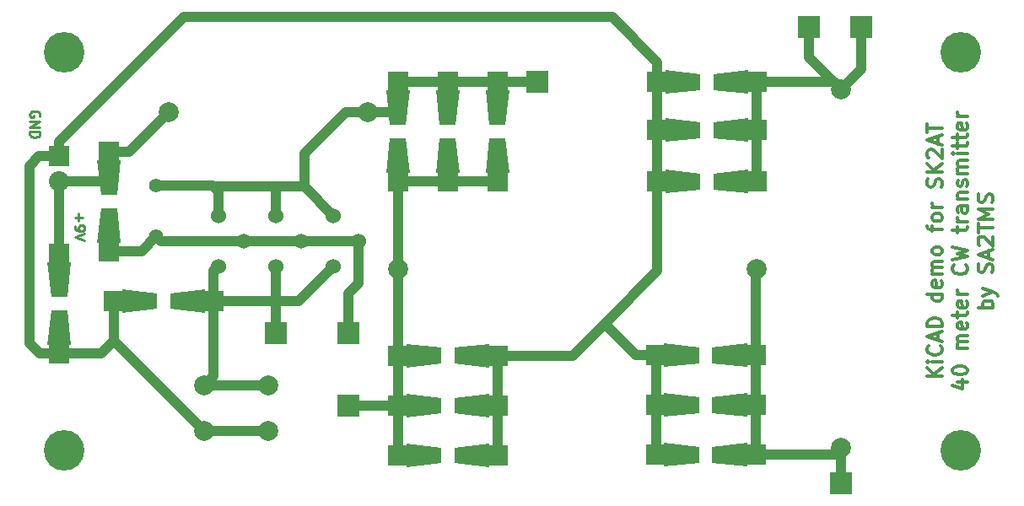
<source format=gtl>
G04 #@! TF.FileFunction,Copper,L1,Top,Signal*
%FSLAX46Y46*%
G04 Gerber Fmt 4.6, Leading zero omitted, Abs format (unit mm)*
G04 Created by KiCad (PCBNEW 4.0.5+dfsg1-4) date Fri Mar 16 19:03:07 2018*
%MOMM*%
%LPD*%
G01*
G04 APERTURE LIST*
%ADD10C,0.100000*%
%ADD11C,0.250000*%
%ADD12C,0.300000*%
%ADD13C,4.064000*%
%ADD14R,2.235200X2.235200*%
%ADD15R,2.032000X2.032000*%
%ADD16O,2.032000X2.032000*%
%ADD17C,1.422400*%
%ADD18C,1.998980*%
%ADD19R,1.998980X1.998980*%
%ADD20C,2.000000*%
%ADD21C,1.524000*%
%ADD22C,1.000000*%
G04 APERTURE END LIST*
D10*
D11*
X52500000Y-86488096D02*
X52547619Y-86392858D01*
X52547619Y-86250001D01*
X52500000Y-86107143D01*
X52404762Y-86011905D01*
X52309524Y-85964286D01*
X52119048Y-85916667D01*
X51976190Y-85916667D01*
X51785714Y-85964286D01*
X51690476Y-86011905D01*
X51595238Y-86107143D01*
X51547619Y-86250001D01*
X51547619Y-86345239D01*
X51595238Y-86488096D01*
X51642857Y-86535715D01*
X51976190Y-86535715D01*
X51976190Y-86345239D01*
X51547619Y-86964286D02*
X52547619Y-86964286D01*
X51547619Y-87535715D01*
X52547619Y-87535715D01*
X51547619Y-88011905D02*
X52547619Y-88011905D01*
X52547619Y-88250000D01*
X52500000Y-88392858D01*
X52404762Y-88488096D01*
X52309524Y-88535715D01*
X52119048Y-88583334D01*
X51976190Y-88583334D01*
X51785714Y-88535715D01*
X51690476Y-88488096D01*
X51595238Y-88392858D01*
X51547619Y-88250000D01*
X51547619Y-88011905D01*
X56428571Y-96214286D02*
X56428571Y-96976191D01*
X56047619Y-96595239D02*
X56809524Y-96595239D01*
X56047619Y-97500000D02*
X56047619Y-97690476D01*
X56095238Y-97785715D01*
X56142857Y-97833334D01*
X56285714Y-97928572D01*
X56476190Y-97976191D01*
X56857143Y-97976191D01*
X56952381Y-97928572D01*
X57000000Y-97880953D01*
X57047619Y-97785715D01*
X57047619Y-97595238D01*
X57000000Y-97500000D01*
X56952381Y-97452381D01*
X56857143Y-97404762D01*
X56619048Y-97404762D01*
X56523810Y-97452381D01*
X56476190Y-97500000D01*
X56428571Y-97595238D01*
X56428571Y-97785715D01*
X56476190Y-97880953D01*
X56523810Y-97928572D01*
X56619048Y-97976191D01*
X57047619Y-98261905D02*
X56047619Y-98595238D01*
X57047619Y-98928572D01*
D12*
X143128571Y-112571427D02*
X141628571Y-112571427D01*
X143128571Y-111714284D02*
X142271429Y-112357141D01*
X141628571Y-111714284D02*
X142485714Y-112571427D01*
X143128571Y-111071427D02*
X142128571Y-111071427D01*
X141628571Y-111071427D02*
X141700000Y-111142856D01*
X141771429Y-111071427D01*
X141700000Y-110999999D01*
X141628571Y-111071427D01*
X141771429Y-111071427D01*
X142985714Y-109499998D02*
X143057143Y-109571427D01*
X143128571Y-109785713D01*
X143128571Y-109928570D01*
X143057143Y-110142855D01*
X142914286Y-110285713D01*
X142771429Y-110357141D01*
X142485714Y-110428570D01*
X142271429Y-110428570D01*
X141985714Y-110357141D01*
X141842857Y-110285713D01*
X141700000Y-110142855D01*
X141628571Y-109928570D01*
X141628571Y-109785713D01*
X141700000Y-109571427D01*
X141771429Y-109499998D01*
X142700000Y-108928570D02*
X142700000Y-108214284D01*
X143128571Y-109071427D02*
X141628571Y-108571427D01*
X143128571Y-108071427D01*
X143128571Y-107571427D02*
X141628571Y-107571427D01*
X141628571Y-107214284D01*
X141700000Y-106999999D01*
X141842857Y-106857141D01*
X141985714Y-106785713D01*
X142271429Y-106714284D01*
X142485714Y-106714284D01*
X142771429Y-106785713D01*
X142914286Y-106857141D01*
X143057143Y-106999999D01*
X143128571Y-107214284D01*
X143128571Y-107571427D01*
X143128571Y-104285713D02*
X141628571Y-104285713D01*
X143057143Y-104285713D02*
X143128571Y-104428570D01*
X143128571Y-104714284D01*
X143057143Y-104857142D01*
X142985714Y-104928570D01*
X142842857Y-104999999D01*
X142414286Y-104999999D01*
X142271429Y-104928570D01*
X142200000Y-104857142D01*
X142128571Y-104714284D01*
X142128571Y-104428570D01*
X142200000Y-104285713D01*
X143057143Y-102999999D02*
X143128571Y-103142856D01*
X143128571Y-103428570D01*
X143057143Y-103571427D01*
X142914286Y-103642856D01*
X142342857Y-103642856D01*
X142200000Y-103571427D01*
X142128571Y-103428570D01*
X142128571Y-103142856D01*
X142200000Y-102999999D01*
X142342857Y-102928570D01*
X142485714Y-102928570D01*
X142628571Y-103642856D01*
X143128571Y-102285713D02*
X142128571Y-102285713D01*
X142271429Y-102285713D02*
X142200000Y-102214285D01*
X142128571Y-102071427D01*
X142128571Y-101857142D01*
X142200000Y-101714285D01*
X142342857Y-101642856D01*
X143128571Y-101642856D01*
X142342857Y-101642856D02*
X142200000Y-101571427D01*
X142128571Y-101428570D01*
X142128571Y-101214285D01*
X142200000Y-101071427D01*
X142342857Y-100999999D01*
X143128571Y-100999999D01*
X143128571Y-100071427D02*
X143057143Y-100214285D01*
X142985714Y-100285713D01*
X142842857Y-100357142D01*
X142414286Y-100357142D01*
X142271429Y-100285713D01*
X142200000Y-100214285D01*
X142128571Y-100071427D01*
X142128571Y-99857142D01*
X142200000Y-99714285D01*
X142271429Y-99642856D01*
X142414286Y-99571427D01*
X142842857Y-99571427D01*
X142985714Y-99642856D01*
X143057143Y-99714285D01*
X143128571Y-99857142D01*
X143128571Y-100071427D01*
X142128571Y-97999999D02*
X142128571Y-97428570D01*
X143128571Y-97785713D02*
X141842857Y-97785713D01*
X141700000Y-97714285D01*
X141628571Y-97571427D01*
X141628571Y-97428570D01*
X143128571Y-96714284D02*
X143057143Y-96857142D01*
X142985714Y-96928570D01*
X142842857Y-96999999D01*
X142414286Y-96999999D01*
X142271429Y-96928570D01*
X142200000Y-96857142D01*
X142128571Y-96714284D01*
X142128571Y-96499999D01*
X142200000Y-96357142D01*
X142271429Y-96285713D01*
X142414286Y-96214284D01*
X142842857Y-96214284D01*
X142985714Y-96285713D01*
X143057143Y-96357142D01*
X143128571Y-96499999D01*
X143128571Y-96714284D01*
X143128571Y-95571427D02*
X142128571Y-95571427D01*
X142414286Y-95571427D02*
X142271429Y-95499999D01*
X142200000Y-95428570D01*
X142128571Y-95285713D01*
X142128571Y-95142856D01*
X143057143Y-93571428D02*
X143128571Y-93357142D01*
X143128571Y-92999999D01*
X143057143Y-92857142D01*
X142985714Y-92785713D01*
X142842857Y-92714285D01*
X142700000Y-92714285D01*
X142557143Y-92785713D01*
X142485714Y-92857142D01*
X142414286Y-92999999D01*
X142342857Y-93285713D01*
X142271429Y-93428571D01*
X142200000Y-93499999D01*
X142057143Y-93571428D01*
X141914286Y-93571428D01*
X141771429Y-93499999D01*
X141700000Y-93428571D01*
X141628571Y-93285713D01*
X141628571Y-92928571D01*
X141700000Y-92714285D01*
X143128571Y-92071428D02*
X141628571Y-92071428D01*
X143128571Y-91214285D02*
X142271429Y-91857142D01*
X141628571Y-91214285D02*
X142485714Y-92071428D01*
X141771429Y-90642857D02*
X141700000Y-90571428D01*
X141628571Y-90428571D01*
X141628571Y-90071428D01*
X141700000Y-89928571D01*
X141771429Y-89857142D01*
X141914286Y-89785714D01*
X142057143Y-89785714D01*
X142271429Y-89857142D01*
X143128571Y-90714285D01*
X143128571Y-89785714D01*
X142700000Y-89214286D02*
X142700000Y-88500000D01*
X143128571Y-89357143D02*
X141628571Y-88857143D01*
X143128571Y-88357143D01*
X141628571Y-88071429D02*
X141628571Y-87214286D01*
X143128571Y-87642857D02*
X141628571Y-87642857D01*
X144678571Y-113107142D02*
X145678571Y-113107142D01*
X144107143Y-113464285D02*
X145178571Y-113821428D01*
X145178571Y-112892856D01*
X144178571Y-112035714D02*
X144178571Y-111892857D01*
X144250000Y-111750000D01*
X144321429Y-111678571D01*
X144464286Y-111607142D01*
X144750000Y-111535714D01*
X145107143Y-111535714D01*
X145392857Y-111607142D01*
X145535714Y-111678571D01*
X145607143Y-111750000D01*
X145678571Y-111892857D01*
X145678571Y-112035714D01*
X145607143Y-112178571D01*
X145535714Y-112250000D01*
X145392857Y-112321428D01*
X145107143Y-112392857D01*
X144750000Y-112392857D01*
X144464286Y-112321428D01*
X144321429Y-112250000D01*
X144250000Y-112178571D01*
X144178571Y-112035714D01*
X145678571Y-109750000D02*
X144678571Y-109750000D01*
X144821429Y-109750000D02*
X144750000Y-109678572D01*
X144678571Y-109535714D01*
X144678571Y-109321429D01*
X144750000Y-109178572D01*
X144892857Y-109107143D01*
X145678571Y-109107143D01*
X144892857Y-109107143D02*
X144750000Y-109035714D01*
X144678571Y-108892857D01*
X144678571Y-108678572D01*
X144750000Y-108535714D01*
X144892857Y-108464286D01*
X145678571Y-108464286D01*
X145607143Y-107178572D02*
X145678571Y-107321429D01*
X145678571Y-107607143D01*
X145607143Y-107750000D01*
X145464286Y-107821429D01*
X144892857Y-107821429D01*
X144750000Y-107750000D01*
X144678571Y-107607143D01*
X144678571Y-107321429D01*
X144750000Y-107178572D01*
X144892857Y-107107143D01*
X145035714Y-107107143D01*
X145178571Y-107821429D01*
X144678571Y-106678572D02*
X144678571Y-106107143D01*
X144178571Y-106464286D02*
X145464286Y-106464286D01*
X145607143Y-106392858D01*
X145678571Y-106250000D01*
X145678571Y-106107143D01*
X145607143Y-105035715D02*
X145678571Y-105178572D01*
X145678571Y-105464286D01*
X145607143Y-105607143D01*
X145464286Y-105678572D01*
X144892857Y-105678572D01*
X144750000Y-105607143D01*
X144678571Y-105464286D01*
X144678571Y-105178572D01*
X144750000Y-105035715D01*
X144892857Y-104964286D01*
X145035714Y-104964286D01*
X145178571Y-105678572D01*
X145678571Y-104321429D02*
X144678571Y-104321429D01*
X144964286Y-104321429D02*
X144821429Y-104250001D01*
X144750000Y-104178572D01*
X144678571Y-104035715D01*
X144678571Y-103892858D01*
X145535714Y-101392858D02*
X145607143Y-101464287D01*
X145678571Y-101678573D01*
X145678571Y-101821430D01*
X145607143Y-102035715D01*
X145464286Y-102178573D01*
X145321429Y-102250001D01*
X145035714Y-102321430D01*
X144821429Y-102321430D01*
X144535714Y-102250001D01*
X144392857Y-102178573D01*
X144250000Y-102035715D01*
X144178571Y-101821430D01*
X144178571Y-101678573D01*
X144250000Y-101464287D01*
X144321429Y-101392858D01*
X144178571Y-100892858D02*
X145678571Y-100535715D01*
X144607143Y-100250001D01*
X145678571Y-99964287D01*
X144178571Y-99607144D01*
X144678571Y-98107144D02*
X144678571Y-97535715D01*
X144178571Y-97892858D02*
X145464286Y-97892858D01*
X145607143Y-97821430D01*
X145678571Y-97678572D01*
X145678571Y-97535715D01*
X145678571Y-97035715D02*
X144678571Y-97035715D01*
X144964286Y-97035715D02*
X144821429Y-96964287D01*
X144750000Y-96892858D01*
X144678571Y-96750001D01*
X144678571Y-96607144D01*
X145678571Y-95464287D02*
X144892857Y-95464287D01*
X144750000Y-95535716D01*
X144678571Y-95678573D01*
X144678571Y-95964287D01*
X144750000Y-96107144D01*
X145607143Y-95464287D02*
X145678571Y-95607144D01*
X145678571Y-95964287D01*
X145607143Y-96107144D01*
X145464286Y-96178573D01*
X145321429Y-96178573D01*
X145178571Y-96107144D01*
X145107143Y-95964287D01*
X145107143Y-95607144D01*
X145035714Y-95464287D01*
X144678571Y-94750001D02*
X145678571Y-94750001D01*
X144821429Y-94750001D02*
X144750000Y-94678573D01*
X144678571Y-94535715D01*
X144678571Y-94321430D01*
X144750000Y-94178573D01*
X144892857Y-94107144D01*
X145678571Y-94107144D01*
X145607143Y-93464287D02*
X145678571Y-93321430D01*
X145678571Y-93035715D01*
X145607143Y-92892858D01*
X145464286Y-92821430D01*
X145392857Y-92821430D01*
X145250000Y-92892858D01*
X145178571Y-93035715D01*
X145178571Y-93250001D01*
X145107143Y-93392858D01*
X144964286Y-93464287D01*
X144892857Y-93464287D01*
X144750000Y-93392858D01*
X144678571Y-93250001D01*
X144678571Y-93035715D01*
X144750000Y-92892858D01*
X145678571Y-92178572D02*
X144678571Y-92178572D01*
X144821429Y-92178572D02*
X144750000Y-92107144D01*
X144678571Y-91964286D01*
X144678571Y-91750001D01*
X144750000Y-91607144D01*
X144892857Y-91535715D01*
X145678571Y-91535715D01*
X144892857Y-91535715D02*
X144750000Y-91464286D01*
X144678571Y-91321429D01*
X144678571Y-91107144D01*
X144750000Y-90964286D01*
X144892857Y-90892858D01*
X145678571Y-90892858D01*
X145678571Y-90178572D02*
X144678571Y-90178572D01*
X144178571Y-90178572D02*
X144250000Y-90250001D01*
X144321429Y-90178572D01*
X144250000Y-90107144D01*
X144178571Y-90178572D01*
X144321429Y-90178572D01*
X144678571Y-89678572D02*
X144678571Y-89107143D01*
X144178571Y-89464286D02*
X145464286Y-89464286D01*
X145607143Y-89392858D01*
X145678571Y-89250000D01*
X145678571Y-89107143D01*
X144678571Y-88821429D02*
X144678571Y-88250000D01*
X144178571Y-88607143D02*
X145464286Y-88607143D01*
X145607143Y-88535715D01*
X145678571Y-88392857D01*
X145678571Y-88250000D01*
X145607143Y-87178572D02*
X145678571Y-87321429D01*
X145678571Y-87607143D01*
X145607143Y-87750000D01*
X145464286Y-87821429D01*
X144892857Y-87821429D01*
X144750000Y-87750000D01*
X144678571Y-87607143D01*
X144678571Y-87321429D01*
X144750000Y-87178572D01*
X144892857Y-87107143D01*
X145035714Y-87107143D01*
X145178571Y-87821429D01*
X145678571Y-86464286D02*
X144678571Y-86464286D01*
X144964286Y-86464286D02*
X144821429Y-86392858D01*
X144750000Y-86321429D01*
X144678571Y-86178572D01*
X144678571Y-86035715D01*
X148228571Y-105678570D02*
X146728571Y-105678570D01*
X147300000Y-105678570D02*
X147228571Y-105535713D01*
X147228571Y-105249999D01*
X147300000Y-105107142D01*
X147371429Y-105035713D01*
X147514286Y-104964284D01*
X147942857Y-104964284D01*
X148085714Y-105035713D01*
X148157143Y-105107142D01*
X148228571Y-105249999D01*
X148228571Y-105535713D01*
X148157143Y-105678570D01*
X147228571Y-104464284D02*
X148228571Y-104107141D01*
X147228571Y-103749999D02*
X148228571Y-104107141D01*
X148585714Y-104249999D01*
X148657143Y-104321427D01*
X148728571Y-104464284D01*
X148157143Y-102107142D02*
X148228571Y-101892856D01*
X148228571Y-101535713D01*
X148157143Y-101392856D01*
X148085714Y-101321427D01*
X147942857Y-101249999D01*
X147800000Y-101249999D01*
X147657143Y-101321427D01*
X147585714Y-101392856D01*
X147514286Y-101535713D01*
X147442857Y-101821427D01*
X147371429Y-101964285D01*
X147300000Y-102035713D01*
X147157143Y-102107142D01*
X147014286Y-102107142D01*
X146871429Y-102035713D01*
X146800000Y-101964285D01*
X146728571Y-101821427D01*
X146728571Y-101464285D01*
X146800000Y-101249999D01*
X147800000Y-100678571D02*
X147800000Y-99964285D01*
X148228571Y-100821428D02*
X146728571Y-100321428D01*
X148228571Y-99821428D01*
X146871429Y-99392857D02*
X146800000Y-99321428D01*
X146728571Y-99178571D01*
X146728571Y-98821428D01*
X146800000Y-98678571D01*
X146871429Y-98607142D01*
X147014286Y-98535714D01*
X147157143Y-98535714D01*
X147371429Y-98607142D01*
X148228571Y-99464285D01*
X148228571Y-98535714D01*
X146728571Y-98107143D02*
X146728571Y-97250000D01*
X148228571Y-97678571D02*
X146728571Y-97678571D01*
X148228571Y-96750000D02*
X146728571Y-96750000D01*
X147800000Y-96250000D01*
X146728571Y-95750000D01*
X148228571Y-95750000D01*
X148157143Y-95107143D02*
X148228571Y-94892857D01*
X148228571Y-94535714D01*
X148157143Y-94392857D01*
X148085714Y-94321428D01*
X147942857Y-94250000D01*
X147800000Y-94250000D01*
X147657143Y-94321428D01*
X147585714Y-94392857D01*
X147514286Y-94535714D01*
X147442857Y-94821428D01*
X147371429Y-94964286D01*
X147300000Y-95035714D01*
X147157143Y-95107143D01*
X147014286Y-95107143D01*
X146871429Y-95035714D01*
X146800000Y-94964286D01*
X146728571Y-94821428D01*
X146728571Y-94464286D01*
X146800000Y-94250000D01*
D13*
X55000000Y-80000000D03*
X55000000Y-120000000D03*
X145000000Y-120000000D03*
D14*
X135000000Y-77500000D03*
D15*
X54500000Y-90460000D03*
D16*
X54500000Y-93000000D03*
D17*
X64250000Y-98500000D03*
X64250000Y-93420000D03*
D18*
X65500040Y-86000000D03*
X85500000Y-86000000D03*
D13*
X145000000Y-80000000D03*
D10*
G36*
X53301120Y-101086940D02*
X55698880Y-101086940D01*
X55300100Y-104587060D01*
X53699900Y-104587060D01*
X53301120Y-101086940D01*
X53301120Y-101086940D01*
G37*
G36*
X55698880Y-109413060D02*
X53301120Y-109413060D01*
X53699900Y-105912940D01*
X55300100Y-105912940D01*
X55698880Y-109413060D01*
X55698880Y-109413060D01*
G37*
D19*
X54500000Y-100248740D03*
X54500000Y-110251260D03*
D10*
G36*
X69164320Y-103801120D02*
X69164320Y-106198880D01*
X65664200Y-105800100D01*
X65664200Y-104199900D01*
X69164320Y-103801120D01*
X69164320Y-103801120D01*
G37*
G36*
X60838200Y-106198880D02*
X60838200Y-103801120D01*
X64338320Y-104199900D01*
X64338320Y-105800100D01*
X60838200Y-106198880D01*
X60838200Y-106198880D01*
G37*
D19*
X70002520Y-105000000D03*
X60000000Y-105000000D03*
D10*
G36*
X87301120Y-83838200D02*
X89698880Y-83838200D01*
X89300100Y-87338320D01*
X87699900Y-87338320D01*
X87301120Y-83838200D01*
X87301120Y-83838200D01*
G37*
G36*
X89698880Y-92164320D02*
X87301120Y-92164320D01*
X87699900Y-88664200D01*
X89300100Y-88664200D01*
X89698880Y-92164320D01*
X89698880Y-92164320D01*
G37*
D19*
X88500000Y-83000000D03*
X88500000Y-93002520D03*
D10*
G36*
X92301120Y-83838200D02*
X94698880Y-83838200D01*
X94300100Y-87338320D01*
X92699900Y-87338320D01*
X92301120Y-83838200D01*
X92301120Y-83838200D01*
G37*
G36*
X94698880Y-92164320D02*
X92301120Y-92164320D01*
X92699900Y-88664200D01*
X94300100Y-88664200D01*
X94698880Y-92164320D01*
X94698880Y-92164320D01*
G37*
D19*
X93500000Y-83000000D03*
X93500000Y-93002520D03*
D10*
G36*
X97301120Y-83838200D02*
X99698880Y-83838200D01*
X99300100Y-87338320D01*
X97699900Y-87338320D01*
X97301120Y-83838200D01*
X97301120Y-83838200D01*
G37*
G36*
X99698880Y-92164320D02*
X97301120Y-92164320D01*
X97699900Y-88664200D01*
X99300100Y-88664200D01*
X99698880Y-92164320D01*
X99698880Y-92164320D01*
G37*
D19*
X98500000Y-83000000D03*
X98500000Y-93002520D03*
D10*
G36*
X89338200Y-121698880D02*
X89338200Y-119301120D01*
X92838320Y-119699900D01*
X92838320Y-121300100D01*
X89338200Y-121698880D01*
X89338200Y-121698880D01*
G37*
G36*
X97664320Y-119301120D02*
X97664320Y-121698880D01*
X94164200Y-121300100D01*
X94164200Y-119699900D01*
X97664320Y-119301120D01*
X97664320Y-119301120D01*
G37*
D19*
X88500000Y-120500000D03*
X98502520Y-120500000D03*
D10*
G36*
X89338200Y-116698880D02*
X89338200Y-114301120D01*
X92838320Y-114699900D01*
X92838320Y-116300100D01*
X89338200Y-116698880D01*
X89338200Y-116698880D01*
G37*
G36*
X97664320Y-114301120D02*
X97664320Y-116698880D01*
X94164200Y-116300100D01*
X94164200Y-114699900D01*
X97664320Y-114301120D01*
X97664320Y-114301120D01*
G37*
D19*
X88500000Y-115500000D03*
X98502520Y-115500000D03*
D10*
G36*
X89338200Y-111698880D02*
X89338200Y-109301120D01*
X92838320Y-109699900D01*
X92838320Y-111300100D01*
X89338200Y-111698880D01*
X89338200Y-111698880D01*
G37*
G36*
X97664320Y-109301120D02*
X97664320Y-111698880D01*
X94164200Y-111300100D01*
X94164200Y-109699900D01*
X97664320Y-109301120D01*
X97664320Y-109301120D01*
G37*
D19*
X88500000Y-110500000D03*
X98502520Y-110500000D03*
D10*
G36*
X123552945Y-119228481D02*
X123552945Y-121626241D01*
X120052825Y-121227461D01*
X120052825Y-119627261D01*
X123552945Y-119228481D01*
X123552945Y-119228481D01*
G37*
G36*
X115226825Y-121626241D02*
X115226825Y-119228481D01*
X118726945Y-119627261D01*
X118726945Y-121227461D01*
X115226825Y-121626241D01*
X115226825Y-121626241D01*
G37*
D19*
X124391145Y-120427361D03*
X114388625Y-120427361D03*
D10*
G36*
X123552945Y-114228481D02*
X123552945Y-116626241D01*
X120052825Y-116227461D01*
X120052825Y-114627261D01*
X123552945Y-114228481D01*
X123552945Y-114228481D01*
G37*
G36*
X115226825Y-116626241D02*
X115226825Y-114228481D01*
X118726945Y-114627261D01*
X118726945Y-116227461D01*
X115226825Y-116626241D01*
X115226825Y-116626241D01*
G37*
D19*
X124391145Y-115427361D03*
X114388625Y-115427361D03*
D10*
G36*
X123552945Y-109228481D02*
X123552945Y-111626241D01*
X120052825Y-111227461D01*
X120052825Y-109627261D01*
X123552945Y-109228481D01*
X123552945Y-109228481D01*
G37*
G36*
X115226825Y-111626241D02*
X115226825Y-109228481D01*
X118726945Y-109627261D01*
X118726945Y-111227461D01*
X115226825Y-111626241D01*
X115226825Y-111626241D01*
G37*
D19*
X124391145Y-110427361D03*
X114388625Y-110427361D03*
D10*
G36*
X123684927Y-91801120D02*
X123684927Y-94198880D01*
X120184807Y-93800100D01*
X120184807Y-92199900D01*
X123684927Y-91801120D01*
X123684927Y-91801120D01*
G37*
G36*
X115358807Y-94198880D02*
X115358807Y-91801120D01*
X118858927Y-92199900D01*
X118858927Y-93800100D01*
X115358807Y-94198880D01*
X115358807Y-94198880D01*
G37*
D19*
X124523127Y-93000000D03*
X114520607Y-93000000D03*
D10*
G36*
X123684927Y-86626952D02*
X123684927Y-89024712D01*
X120184807Y-88625932D01*
X120184807Y-87025732D01*
X123684927Y-86626952D01*
X123684927Y-86626952D01*
G37*
G36*
X115358807Y-89024712D02*
X115358807Y-86626952D01*
X118858927Y-87025732D01*
X118858927Y-88625932D01*
X115358807Y-89024712D01*
X115358807Y-89024712D01*
G37*
D19*
X124523127Y-87825832D03*
X114520607Y-87825832D03*
D10*
G36*
X123684927Y-81801120D02*
X123684927Y-84198880D01*
X120184807Y-83800100D01*
X120184807Y-82199900D01*
X123684927Y-81801120D01*
X123684927Y-81801120D01*
G37*
G36*
X115358807Y-84198880D02*
X115358807Y-81801120D01*
X118858927Y-82199900D01*
X118858927Y-83800100D01*
X115358807Y-84198880D01*
X115358807Y-84198880D01*
G37*
D19*
X124523127Y-83000000D03*
X114520607Y-83000000D03*
D20*
X69000000Y-118000000D03*
X69000000Y-113500000D03*
X75500000Y-118000000D03*
X75500000Y-113500000D03*
D21*
X84540000Y-98960000D03*
X82000000Y-101500000D03*
X82000000Y-96420000D03*
D10*
G36*
X60698880Y-99163060D02*
X58301120Y-99163060D01*
X58699900Y-95662940D01*
X60300100Y-95662940D01*
X60698880Y-99163060D01*
X60698880Y-99163060D01*
G37*
G36*
X58301120Y-90836940D02*
X60698880Y-90836940D01*
X60300100Y-94337060D01*
X58699900Y-94337060D01*
X58301120Y-90836940D01*
X58301120Y-90836940D01*
G37*
D19*
X59500000Y-100001260D03*
X59500000Y-89998740D03*
D20*
X133000000Y-119750000D03*
X133000000Y-83750000D03*
X88500000Y-101750000D03*
X124500000Y-101750000D03*
D21*
X78750000Y-99000000D03*
X76210000Y-101540000D03*
X76210000Y-96460000D03*
X73000000Y-99000000D03*
X70460000Y-101540000D03*
X70460000Y-96460000D03*
D14*
X102500000Y-83000000D03*
X83500000Y-108250000D03*
X83500000Y-115500000D03*
X133000000Y-123250000D03*
X129750000Y-77500000D03*
X76250000Y-108250000D03*
D22*
X129750000Y-77500000D02*
X129750000Y-80500000D01*
X129750000Y-80500000D02*
X133000000Y-83750000D01*
X135000000Y-77500000D02*
X135000000Y-81750000D01*
X135000000Y-81750000D02*
X133000000Y-83750000D01*
X124523127Y-83000000D02*
X132250000Y-83000000D01*
X132250000Y-83000000D02*
X133000000Y-83750000D01*
X121934867Y-93000000D02*
X124523127Y-93000000D01*
X121934867Y-87825832D02*
X124523127Y-87825832D01*
X121934867Y-83000000D02*
X124523127Y-83000000D01*
X124523127Y-87825832D02*
X124523127Y-83000000D01*
X124523127Y-93000000D02*
X124523127Y-87825832D01*
X54500000Y-93000000D02*
X59087000Y-93000000D01*
X59087000Y-93000000D02*
X59500000Y-92587000D01*
X54500000Y-93000000D02*
X54500000Y-100248740D01*
X54500000Y-102837000D02*
X54500000Y-100248740D01*
X59500000Y-89998740D02*
X61501300Y-89998740D01*
X61501300Y-89998740D02*
X65500040Y-86000000D01*
X59500000Y-92587000D02*
X59500000Y-89998740D01*
X54500000Y-110251260D02*
X52500510Y-110251260D01*
X52500510Y-110251260D02*
X51500000Y-109250750D01*
X51500000Y-109250750D02*
X51500000Y-91444000D01*
X51500000Y-91444000D02*
X52484000Y-90460000D01*
X52484000Y-90460000D02*
X54500000Y-90460000D01*
X54500000Y-89000000D02*
X54500000Y-90460000D01*
X54500000Y-110251260D02*
X58748740Y-110251260D01*
X58748740Y-110251260D02*
X60000000Y-109000000D01*
X54500000Y-110251260D02*
X54500000Y-107663000D01*
X110020097Y-76500000D02*
X114520607Y-81000510D01*
X114520607Y-81000510D02*
X114520607Y-83000000D01*
X54500000Y-89000000D02*
X67000000Y-76500000D01*
X67000000Y-76500000D02*
X110020097Y-76500000D01*
X114520607Y-101979393D02*
X109250000Y-107250000D01*
X114520607Y-93000000D02*
X114520607Y-101979393D01*
X109250000Y-107250000D02*
X106000000Y-110500000D01*
X114388625Y-110427361D02*
X112389135Y-110427361D01*
X112389135Y-110427361D02*
X109250000Y-107288226D01*
X109250000Y-107288226D02*
X109250000Y-107250000D01*
X106000000Y-110500000D02*
X98502520Y-110500000D01*
X69000000Y-118000000D02*
X60000000Y-109000000D01*
X60000000Y-109000000D02*
X60000000Y-105000000D01*
X75500000Y-118000000D02*
X69000000Y-118000000D01*
X62588260Y-105000000D02*
X60000000Y-105000000D01*
X98502520Y-115500000D02*
X98502520Y-110500000D01*
X98502520Y-120500000D02*
X98502520Y-115500000D01*
X98502520Y-110500000D02*
X95914260Y-110500000D01*
X95914260Y-115500000D02*
X98502520Y-115500000D01*
X98502520Y-120500000D02*
X95914260Y-120500000D01*
X114388625Y-120427361D02*
X116976885Y-120427361D01*
X114388625Y-115427361D02*
X114388625Y-120427361D01*
X114388625Y-115427361D02*
X116976885Y-115427361D01*
X114388625Y-110427361D02*
X114388625Y-115427361D01*
X114388625Y-110427361D02*
X116976885Y-110427361D01*
X114520607Y-87825832D02*
X114520607Y-93000000D01*
X114520607Y-83000000D02*
X114520607Y-87825832D01*
X117108867Y-83000000D02*
X114520607Y-83000000D01*
X117108867Y-87825832D02*
X114520607Y-87825832D01*
X117108867Y-93000000D02*
X114520607Y-93000000D01*
X76250000Y-108250000D02*
X76250000Y-104830000D01*
X76250000Y-104830000D02*
X76210000Y-104790000D01*
X70002520Y-105000000D02*
X70002520Y-101997480D01*
X70002520Y-101997480D02*
X70460000Y-101540000D01*
X70002520Y-105000000D02*
X76000000Y-105000000D01*
X76000000Y-105000000D02*
X78500000Y-105000000D01*
X76210000Y-101540000D02*
X76210000Y-104790000D01*
X76210000Y-104790000D02*
X76000000Y-105000000D01*
X78500000Y-105000000D02*
X82000000Y-101500000D01*
X75500000Y-113500000D02*
X69000000Y-113500000D01*
X70002520Y-105000000D02*
X70002520Y-112497480D01*
X70002520Y-112497480D02*
X69000000Y-113500000D01*
X67414260Y-105000000D02*
X70002520Y-105000000D01*
X102500000Y-83000000D02*
X98500000Y-83000000D01*
X70460000Y-96460000D02*
X70460000Y-93960000D01*
X70460000Y-93960000D02*
X70000000Y-93500000D01*
X70000000Y-93500000D02*
X69920000Y-93420000D01*
X69920000Y-93420000D02*
X64250000Y-93420000D01*
X70000000Y-93500000D02*
X76250000Y-93500000D01*
X76250000Y-93500000D02*
X79080000Y-93500000D01*
X76250000Y-95342370D02*
X76250000Y-93500000D01*
X76210000Y-96460000D02*
X76210000Y-95382370D01*
X76210000Y-95382370D02*
X76250000Y-95342370D01*
X85500000Y-86000000D02*
X88088260Y-86000000D01*
X88088260Y-86000000D02*
X88500000Y-85588260D01*
X79080000Y-93500000D02*
X79080000Y-90170000D01*
X79080000Y-90170000D02*
X83250000Y-86000000D01*
X83250000Y-86000000D02*
X85500000Y-86000000D01*
X79080000Y-93500000D02*
X82000000Y-96420000D01*
X93500000Y-83000000D02*
X88500000Y-83000000D01*
X98500000Y-83000000D02*
X93500000Y-83000000D01*
X98500000Y-85588260D02*
X98500000Y-83000000D01*
X93500000Y-85588260D02*
X93500000Y-83000000D01*
X88500000Y-85588260D02*
X88500000Y-83000000D01*
X83500000Y-115500000D02*
X88500000Y-115500000D01*
X88500000Y-110500000D02*
X88500000Y-101750000D01*
X88500000Y-93002520D02*
X88500000Y-101750000D01*
X88500000Y-93002520D02*
X88500000Y-90414260D01*
X93500000Y-90414260D02*
X93500000Y-93002520D01*
X98500000Y-93002520D02*
X98500000Y-90414260D01*
X93500000Y-93002520D02*
X98500000Y-93002520D01*
X88500000Y-93002520D02*
X93500000Y-93002520D01*
X88500000Y-115500000D02*
X88500000Y-110500000D01*
X88500000Y-120500000D02*
X88500000Y-115500000D01*
X91088260Y-110500000D02*
X88500000Y-110500000D01*
X88500000Y-115500000D02*
X91088260Y-115500000D01*
X91088260Y-120500000D02*
X88500000Y-120500000D01*
X133000000Y-123250000D02*
X133000000Y-119750000D01*
X124391145Y-120427361D02*
X132322639Y-120427361D01*
X132322639Y-120427361D02*
X133000000Y-119750000D01*
X124391145Y-110427361D02*
X124391145Y-101858855D01*
X124391145Y-101858855D02*
X124500000Y-101750000D01*
X124391145Y-115427361D02*
X124391145Y-110427361D01*
X124391145Y-120427361D02*
X124391145Y-115427361D01*
X124391145Y-120427361D02*
X121802885Y-120427361D01*
X124391145Y-115427361D02*
X121802885Y-115427361D01*
X124391145Y-110427361D02*
X121802885Y-110427361D01*
X84540000Y-103210000D02*
X83500000Y-104250000D01*
X83500000Y-104250000D02*
X83500000Y-108250000D01*
X84540000Y-98960000D02*
X84540000Y-103210000D01*
X84540000Y-98960000D02*
X78790000Y-98960000D01*
X78790000Y-98960000D02*
X78750000Y-99000000D01*
X78750000Y-99000000D02*
X73000000Y-99000000D01*
X73000000Y-99000000D02*
X64750000Y-99000000D01*
X64750000Y-99000000D02*
X64250000Y-98500000D01*
X59500000Y-100001260D02*
X62748740Y-100001260D01*
X62748740Y-100001260D02*
X64250000Y-98500000D01*
X59500000Y-97413000D02*
X59500000Y-100001260D01*
X84500000Y-99000000D02*
X84540000Y-98960000D01*
M02*

</source>
